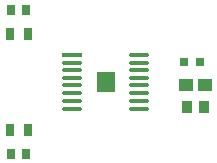
<source format=gbr>
%FSTAX23Y23*%
%MOIN*%
%SFA1B1*%

%IPPOS*%
%AMD16*
4,1,8,0.025100,0.007500,-0.025100,0.007500,-0.032600,0.000000,-0.032600,0.000000,-0.025100,-0.007500,0.025100,-0.007500,0.032600,0.000000,0.032600,0.000000,0.025100,0.007500,0.0*
1,1,0.015000,0.025100,0.000000*
1,1,0.015000,-0.025100,0.000000*
1,1,0.015000,-0.025100,0.000000*
1,1,0.015000,0.025100,0.000000*
%
%ADD13R,0.059180X0.071390*%
%ADD14R,0.031500X0.037400*%
%ADD15R,0.031500X0.039370*%
G04~CAMADD=16~8~0.0~0.0~651.7~149.9~75.0~0.0~15~0.0~0.0~0.0~0.0~0~0.0~0.0~0.0~0.0~0~0.0~0.0~0.0~0.0~651.7~149.9*
%ADD16D16*%
%ADD17R,0.065170X0.014990*%
%ADD18R,0.037400X0.041340*%
%ADD19R,0.025590X0.027560*%
%ADD20R,0.047580X0.039850*%
%LNdrv8833_dev_paste_top-1*%
%LPD*%
G54D13*
X0056Y0042D03*
G54D14*
X00294Y0018D03*
X00245D03*
X00294Y0066D03*
X00245D03*
G54D15*
X00299Y0026D03*
X0024D03*
X00299Y0058D03*
X0024D03*
G54D16*
X00671Y00509D03*
Y00483D03*
Y00458D03*
Y00432D03*
Y00407D03*
Y00381D03*
Y00356D03*
Y0033D03*
X00448D03*
Y00356D03*
Y00381D03*
Y00407D03*
Y00432D03*
Y00458D03*
Y00483D03*
G54D17*
X00448Y00509D03*
G54D18*
X00886Y00335D03*
X00829D03*
G54D19*
X00873Y00485D03*
X0082D03*
G54D20*
X00826Y0041D03*
X0089D03*
M02*
</source>
